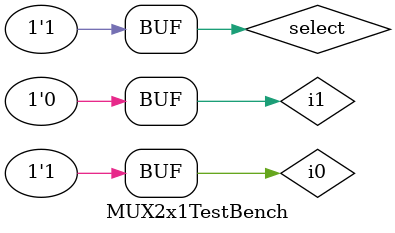
<source format=sv>
`timescale 1ns / 1ps


module MUX2x1TestBench;
    logic i0, i1, select; //inputs
    logic out; //outputs
    
    MUX2x1 DUT
    (.i0(i0),.i1(i1),.select(select),.out(out)
    );

    initial begin
        i0 = 0; i1 = 1; select = 0; #10;
        i0 = 0; i1 = 1; select = 1; #10;
        i0 = 1; i1 = 0; select = 0; #10;
        i0 = 1; i1 = 0; select = 1; #10;
     
     //   $finish;
     
    end    
    
    initial begin
            $dumpfile("MUX2x1TestBench.vcd");
            $dumpvars(0,MUX2x1TestBench);
    end
    
endmodule

</source>
